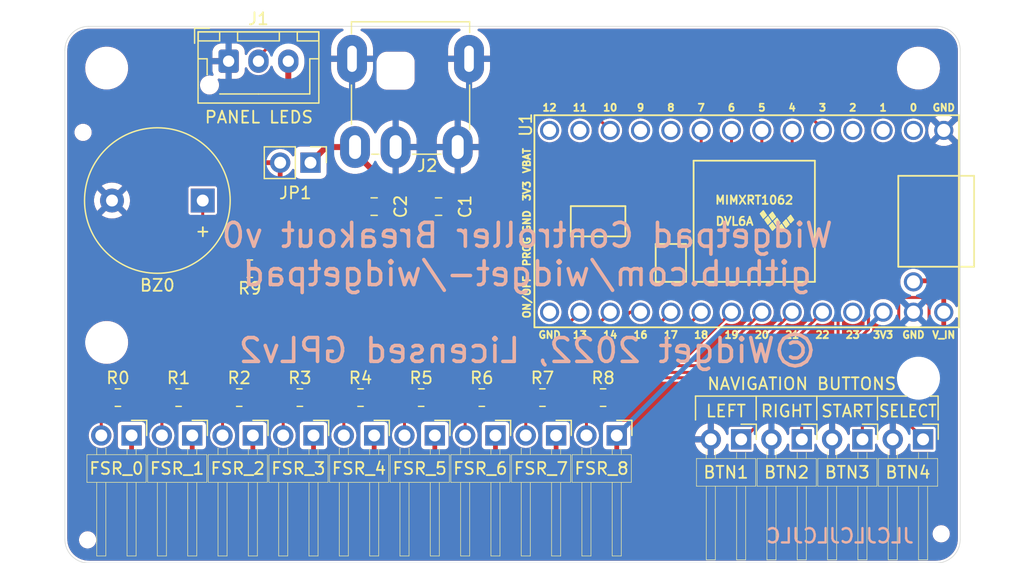
<source format=kicad_pcb>
(kicad_pcb (version 20210424) (generator pcbnew)
  (layers (0 "F.Cu" signal) (31 "B.Cu" signal) (34 "B.Paste" user) (35 "F.Paste" user) (36 "B.SilkS" user "B.Silkscreen") (37 "F.SilkS" user "F.Silkscreen") (38 "B.Mask" user) (39 "F.Mask" user) (44 "Edge.Cuts" user))
  (net 0 "")
  (net 1 "GND")
  (net 2 "/BTN_SELECT")
  (net 3 "/BTN_ARROW_LEFT")
  (net 4 "/BTN_ARROW_RIGHT")
  (net 5 "/BTN_START")
  (net 6 "/SPEAKER")
  (net 7 "+5V")
  (net 8 "VDC")
  (net 9 "/FSR_0")
  (net 10 "/FSR_1")
  (net 11 "/FSR_2")
  (net 12 "/FSR_3")
  (net 13 "/FSR_4")
  (net 14 "/FSR_5")
  (net 15 "/FSR_6")
  (net 16 "/FSR_7")
  (net 17 "/FSR_8")
  (net 18 "Net-(BZ0-Pad1)")
  (net 21 "/LED_OUT")
  (net 22 "+3V3")
  (net 23 "/TEENSY_PIN_14")
  (net 24 "/TEENSY_PIN_13")
  (net 25 "/TEENSY_PIN_11")
  (net 26 "/TEENSY_PIN_10")
  (net 27 "/BTN_CALIBRATE")
  (net 28 "/BTN_BRGHT_DOWN")
  (net 29 "/BTN_BRGHT_UP")
  (footprint "widgetpad-parts:PinHeader_1x02_P2.54mm_Horizontal" (layer "F.Cu") (at 71.887 34.626 -90)
    (fp_text reference "BTN4" (at 2.77 1.27) (layer "F.SilkS"))
    (fp_text value "Ext. Button")
    (pad "1" thru_hole rect locked (at 0 0 270) (size 1.7 1.7) (drill 1) (layers *.Cu *.Mask) (net 2 "/BTN_SELECT"))
    (pad "2" thru_hole oval locked (at 0 2.54 270) (size 1.7 1.7) (drill 1) (layers *.Cu *.Mask) (net 1 "GND"))
  )
  (footprint "widgetpad-parts:PinHeader_1x02_P2.54mm_Horizontal" (layer "F.Cu") (at 56.647 34.626 -90)
    (fp_text reference "BTN1" (at 2.77 1.27) (layer "F.SilkS"))
    (fp_text value "Ext. Button")
    (pad "1" thru_hole rect locked (at 0 0 270) (size 1.7 1.7) (drill 1) (layers *.Cu *.Mask) (net 3 "/BTN_ARROW_LEFT"))
    (pad "2" thru_hole oval locked (at 0 2.54 270) (size 1.7 1.7) (drill 1) (layers *.Cu *.Mask) (net 1 "GND"))
  )
  (footprint "widgetpad-parts:PinHeader_1x02_P2.54mm_Horizontal" (layer "F.Cu") (at 61.727 34.626 -90)
    (fp_text reference "BTN2" (at 2.77 1.27) (layer "F.SilkS"))
    (fp_text value "Ext. Button")
    (pad "1" thru_hole rect locked (at 0 0 270) (size 1.7 1.7) (drill 1) (layers *.Cu *.Mask) (net 4 "/BTN_ARROW_RIGHT"))
    (pad "2" thru_hole oval locked (at 0 2.54 270) (size 1.7 1.7) (drill 1) (layers *.Cu *.Mask) (net 1 "GND"))
  )
  (footprint "widgetpad-parts:PinHeader_1x02_P2.54mm_Horizontal" (layer "F.Cu") (at 66.807 34.626 -90)
    (fp_text reference "BTN3" (at 2.77 1.27) (layer "F.SilkS"))
    (fp_text value "Ext. Button")
    (pad "1" thru_hole rect locked (at 0 0 270) (size 1.7 1.7) (drill 1) (layers *.Cu *.Mask) (net 5 "/BTN_START"))
    (pad "2" thru_hole oval locked (at 0 2.54 270) (size 1.7 1.7) (drill 1) (layers *.Cu *.Mask) (net 1 "GND"))
  )
  (footprint "Buzzer_Beeper:Buzzer_12x9.5RM7.6" (layer "F.Cu") (at 11.547 14.605 180)
    (fp_text reference "BZ0" (at 3.8 -7.112 180) (layer "F.SilkS"))
    (fp_text value "Buzzer")
    (fp_text user "+" (at -0.01 -2.54) (layer "F.SilkS"))
    (pad "1" thru_hole rect locked (at 0 0 180) (size 2 2) (drill 1) (layers *.Cu *.Mask) (net 18 "Net-(BZ0-Pad1)"))
    (pad "2" thru_hole circle locked (at 7.6 0 180) (size 2 2) (drill 1) (layers *.Cu *.Mask) (net 1 "GND"))
  )
  (footprint "Capacitor_SMD:C_0805_2012Metric" (layer "F.Cu") (at 31.303 15.113 180)
    (fp_text reference "C1" (at -2.225 0 90) (layer "F.SilkS"))
    (fp_text value "10uF")
    (pad "1" smd roundrect locked (at -0.95 0 180) (size 1 1.45) (layers "F.Cu" "F.Paste" "F.Mask") (net 7 "+5V"))
    (pad "2" smd roundrect locked (at 0.95 0 180) (size 1 1.45) (layers "F.Cu" "F.Paste" "F.Mask") (net 1 "GND"))
  )
  (footprint "Capacitor_SMD:C_0805_2012Metric" (layer "F.Cu") (at 25.908 15.113 180)
    (fp_text reference "C2" (at -2.22 0 90) (layer "F.SilkS"))
    (fp_text value "10uF")
    (pad "1" smd roundrect locked (at -0.95 0 180) (size 1 1.45) (layers "F.Cu" "F.Paste" "F.Mask") (net 8 "VDC"))
    (pad "2" smd roundrect locked (at 0.95 0 180) (size 1 1.45) (layers "F.Cu" "F.Paste" "F.Mask") (net 1 "GND"))
  )
  (footprint "widgetpad_parts:PinHeader_1x02_P2.54mm_Horizontal" (layer "F.Cu") (at 5.588 34.302 -90)
    (fp_text reference "FSR_0" (at 2.77 1.27) (layer "F.SilkS"))
    (fp_text value "FSR")
    (pad "1" thru_hole rect locked (at 0 0 270) (size 1.7 1.7) (drill 1) (layers *.Cu *.Mask) (net 22 "+3V3"))
    (pad "2" thru_hole oval locked (at 0 2.54 270) (size 1.7 1.7) (drill 1) (layers *.Cu *.Mask) (net 9 "/FSR_0"))
  )
  (footprint "widgetpad_parts:PinHeader_1x02_P2.54mm_Horizontal" (layer "F.Cu") (at 10.668 34.302 -90)
    (fp_text reference "FSR_1" (at 2.77 1.27) (layer "F.SilkS"))
    (fp_text value "FSR")
    (pad "1" thru_hole rect locked (at 0 0 270) (size 1.7 1.7) (drill 1) (layers *.Cu *.Mask) (net 22 "+3V3"))
    (pad "2" thru_hole oval locked (at 0 2.54 270) (size 1.7 1.7) (drill 1) (layers *.Cu *.Mask) (net 10 "/FSR_1"))
  )
  (footprint "widgetpad_parts:PinHeader_1x02_P2.54mm_Horizontal" (layer "F.Cu") (at 15.748 34.302 -90)
    (fp_text reference "FSR_2" (at 2.77 1.27) (layer "F.SilkS"))
    (fp_text value "FSR")
    (pad "1" thru_hole rect locked (at 0 0 270) (size 1.7 1.7) (drill 1) (layers *.Cu *.Mask) (net 22 "+3V3"))
    (pad "2" thru_hole oval locked (at 0 2.54 270) (size 1.7 1.7) (drill 1) (layers *.Cu *.Mask) (net 11 "/FSR_2"))
  )
  (footprint "widgetpad_parts:PinHeader_1x02_P2.54mm_Horizontal" (layer "F.Cu") (at 25.908 34.302 -90)
    (fp_text reference "FSR_4" (at 2.77 1.27) (layer "F.SilkS"))
    (fp_text value "FSR")
    (pad "1" thru_hole rect locked (at 0 0 270) (size 1.7 1.7) (drill 1) (layers *.Cu *.Mask) (net 22 "+3V3"))
    (pad "2" thru_hole oval locked (at 0 2.54 270) (size 1.7 1.7) (drill 1) (layers *.Cu *.Mask) (net 13 "/FSR_4"))
  )
  (footprint "widgetpad_parts:PinHeader_1x02_P2.54mm_Horizontal" (layer "F.Cu") (at 30.988 34.302 -90)
    (fp_text reference "FSR_5" (at 2.77 1.27) (layer "F.SilkS"))
    (fp_text value "FSR")
    (pad "1" thru_hole rect locked (at 0 0 270) (size 1.7 1.7) (drill 1) (layers *.Cu *.Mask) (net 22 "+3V3"))
    (pad "2" thru_hole oval locked (at 0 2.54 270) (size 1.7 1.7) (drill 1) (layers *.Cu *.Mask) (net 14 "/FSR_5"))
  )
  (footprint "widgetpad_parts:PinHeader_1x02_P2.54mm_Horizontal" (layer "F.Cu") (at 36.068 34.302 -90)
    (fp_text reference "FSR_6" (at 2.77 1.27) (layer "F.SilkS"))
    (fp_text value "FSR")
    (pad "1" thru_hole rect locked (at 0 0 270) (size 1.7 1.7) (drill 1) (layers *.Cu *.Mask) (net 22 "+3V3"))
    (pad "2" thru_hole oval locked (at 0 2.54 270) (size 1.7 1.7) (drill 1) (layers *.Cu *.Mask) (net 15 "/FSR_6"))
  )
  (footprint "widgetpad_parts:PinHeader_1x02_P2.54mm_Horizontal" (layer "F.Cu") (at 41.148 34.302 -90)
    (fp_text reference "FSR_7" (at 2.77 1.27) (layer "F.SilkS"))
    (fp_text value "FSR")
    (pad "1" thru_hole rect locked (at 0 0 270) (size 1.7 1.7) (drill 1) (layers *.Cu *.Mask) (net 22 "+3V3"))
    (pad "2" thru_hole oval locked (at 0 2.54 270) (size 1.7 1.7) (drill 1) (layers *.Cu *.Mask) (net 16 "/FSR_7"))
  )
  (footprint "widgetpad_parts:PinHeader_1x02_P2.54mm_Horizontal" (layer "F.Cu") (at 46.228 34.302 -90)
    (fp_text reference "FSR_8" (at 2.77 1.27) (layer "F.SilkS"))
    (fp_text value "FSR")
    (pad "1" thru_hole rect locked (at 0 0 270) (size 1.7 1.7) (drill 1) (layers *.Cu *.Mask) (net 22 "+3V3"))
    (pad "2" thru_hole oval locked (at 0 2.54 270) (size 1.7 1.7) (drill 1) (layers *.Cu *.Mask) (net 17 "/FSR_8"))
  )
  (footprint "Connector_JST:JST_XH_B3B-XH-AM_1x03_P2.50mm_Vertical" (layer "F.Cu") (at 13.716 2.921)
    (fp_text reference "J1" (at 2.5 -3.55) (layer "F.SilkS"))
    (fp_text value "JST-HX_01x03")
    (pad "" np_thru_hole circle locked (at -1.6 2) (size 1.2 1.2) (drill 1.2) (layers *.Cu *.Mask))
    (pad "1" thru_hole roundrect locked (at 0 0) (size 1.7 1.95) (drill 0.95) (layers *.Cu *.Mask) (roundrect_rratio 0.1470588235) (net 1 "GND"))
    (pad "2" thru_hole oval locked (at 2.5 0) (size 1.7 1.95) (drill 0.95) (layers *.Cu *.Mask) (net 21 "/LED_OUT"))
    (pad "3" thru_hole oval locked (at 5 0) (size 1.7 1.95) (drill 0.95) (layers *.Cu *.Mask) (net 8 "VDC"))
  )
  (footprint "widgetpad_parts:XKB_Connectivity_DC-044A-2.5A" (layer "F.Cu") (at 27.706 3.72)
    (fp_text reference "J2" (at 2.647 7.964) (layer "F.SilkS"))
    (fp_text value "Barrel_Jack")
    (pad "" np_thru_hole oval locked (at 0.7 0) (size 1.4 2.8) (drill oval 1.4 2.8) (layers *.Cu *.Mask))
    (pad "" np_thru_hole oval locked (at 0 -0.7 90) (size 1.4 2.8) (drill oval 1.4 2.8) (layers *.Cu *.Mask))
    (pad "" np_thru_hole oval locked (at 0 0.7 90) (size 1.4 2.8) (drill oval 1.4 2.8) (layers *.Cu *.Mask))
    (pad "" np_thru_hole oval locked (at -0.7 0) (size 1.4 2.8) (drill oval 1.4 2.8) (layers *.Cu *.Mask))
    (pad "1" thru_hole oval locked (at -3.4 6.4) (size 2.5 3.5) (drill oval 1 2) (layers *.Cu *.Mask) (net 8 "VDC"))
    (pad "2" thru_hole oval locked (at -3.65 -1) (size 2.5 4) (drill oval 0.8 2.2) (layers *.Cu *.Mask) (net 1 "GND"))
    (pad "2" thru_hole oval locked (at 5.2 6.4) (size 2.5 3.5) (drill oval 1 2) (layers *.Cu *.Mask) (net 1 "GND"))
    (pad "2" thru_hole oval locked (at 6.15 -1) (size 2.5 4) (drill oval 0.8 2.2) (layers *.Cu *.Mask) (net 1 "GND"))
    (pad "3" thru_hole oval locked (at 0 6.4) (size 2.5 3.5) (drill oval 1 2) (layers *.Cu *.Mask) (net 1 "GND"))
  )
  (footprint "Connector_PinHeader_2.54mm:PinHeader_1x02_P2.54mm_Vertical" (layer "F.Cu") (at 20.574 11.43 -90)
    (fp_text reference "JP1" (at 2.54 1.27 180) (layer "F.SilkS"))
    (fp_text value "Jumper")
    (pad "1" thru_hole rect locked (at 0 0 270) (size 1.7 1.7) (drill 1) (layers *.Cu *.Mask) (net 8 "VDC"))
    (pad "2" thru_hole oval locked (at 0 2.54 270) (size 1.7 1.7) (drill 1) (layers *.Cu *.Mask) (net 7 "+5V"))
  )
  (footprint "Resistor_SMD:R_0805_2012Metric_Pad1.20x1.40mm_HandSolder" (layer "F.Cu") (at 4.445 31.127)
    (fp_text reference "R0" (at 0 -1.65) (layer "F.SilkS"))
    (fp_text value "1k")
    (pad "1" smd roundrect locked (at -1 0) (size 1.2 1.4) (layers "F.Cu" "F.Paste" "F.Mask") (roundrect_rratio 0.2083325) (net 1 "GND"))
    (pad "2" smd roundrect locked (at 1 0) (size 1.2 1.4) (layers "F.Cu" "F.Paste" "F.Mask") (roundrect_rratio 0.2083325) (net 9 "/FSR_0"))
  )
  (footprint "Resistor_SMD:R_0805_2012Metric_Pad1.20x1.40mm_HandSolder" (layer "F.Cu") (at 9.525 31.127)
    (fp_text reference "R1" (at 0 -1.65) (layer "F.SilkS"))
    (fp_text value "1k")
    (pad "1" smd roundrect locked (at -1 0) (size 1.2 1.4) (layers "F.Cu" "F.Paste" "F.Mask") (roundrect_rratio 0.2083325) (net 1 "GND"))
    (pad "2" smd roundrect locked (at 1 0) (size 1.2 1.4) (layers "F.Cu" "F.Paste" "F.Mask") (roundrect_rratio 0.2083325) (net 10 "/FSR_1"))
  )
  (footprint "Resistor_SMD:R_0805_2012Metric_Pad1.20x1.40mm_HandSolder" (layer "F.Cu") (at 14.605 31.127)
    (fp_text reference "R2" (at 0 -1.65) (layer "F.SilkS"))
    (fp_text value "1k")
    (pad "1" smd roundrect locked (at -1 0) (size 1.2 1.4) (layers "F.Cu" "F.Paste" "F.Mask") (roundrect_rratio 0.2083325) (net 1 "GND"))
    (pad "2" smd roundrect locked (at 1 0) (size 1.2 1.4) (layers "F.Cu" "F.Paste" "F.Mask") (roundrect_rratio 0.2083325) (net 11 "/FSR_2"))
  )
  (footprint "Resistor_SMD:R_0805_2012Metric_Pad1.20x1.40mm_HandSolder" (layer "F.Cu") (at 19.685 31.127)
    (fp_text reference "R3" (at 0 -1.65) (layer "F.SilkS"))
    (fp_text value "1k")
    (pad "1" smd roundrect locked (at -1 0) (size 1.2 1.4) (layers "F.Cu" "F.Paste" "F.Mask") (roundrect_rratio 0.2083325) (net 1 "GND"))
    (pad "2" smd roundrect locked (at 1 0) (size 1.2 1.4) (layers "F.Cu" "F.Paste" "F.Mask") (roundrect_rratio 0.2083325) (net 12 "/FSR_3"))
  )
  (footprint "Resistor_SMD:R_0805_2012Metric_Pad1.20x1.40mm_HandSolder" (layer "F.Cu") (at 24.765 31.127)
    (fp_text reference "R4" (at 0 -1.65) (layer "F.SilkS"))
    (fp_text value "1k")
    (pad "1" smd roundrect locked (at -1 0) (size 1.2 1.4) (layers "F.Cu" "F.Paste" "F.Mask") (roundrect_rratio 0.2083325) (net 1 "GND"))
    (pad "2" smd roundrect locked (at 1 0) (size 1.2 1.4) (layers "F.Cu" "F.Paste" "F.Mask") (roundrect_rratio 0.2083325) (net 13 "/FSR_4"))
  )
  (footprint "Resistor_SMD:R_0805_2012Metric_Pad1.20x1.40mm_HandSolder" (layer "F.Cu") (at 29.845 31.127)
    (fp_text reference "R5" (at 0 -1.65) (layer "F.SilkS"))
    (fp_text value "1k")
    (pad "1" smd roundrect locked (at -1 0) (size 1.2 1.4) (layers "F.Cu" "F.Paste" "F.Mask") (roundrect_rratio 0.2083325) (net 1 "GND"))
    (pad "2" smd roundrect locked (at 1 0) (size 1.2 1.4) (layers "F.Cu" "F.Paste" "F.Mask") (roundrect_rratio 0.2083325) (net 14 "/FSR_5"))
  )
  (footprint "Resistor_SMD:R_0805_2012Metric_Pad1.20x1.40mm_HandSolder" (layer "F.Cu") (at 34.925 31.127)
    (fp_text reference "R6" (at 0 -1.65) (layer "F.SilkS"))
    (fp_text value "1k")
    (pad "1" smd roundrect locked (at -1 0) (size 1.2 1.4) (layers "F.Cu" "F.Paste" "F.Mask") (roundrect_rratio 0.2083325) (net 1 "GND"))
    (pad "2" smd roundrect locked (at 1 0) (size 1.2 1.4) (layers "F.Cu" "F.Paste" "F.Mask") (roundrect_rratio 0.2083325) (net 15 "/FSR_6"))
  )
  (footprint "Resistor_SMD:R_0805_2012Metric_Pad1.20x1.40mm_HandSolder" (layer "F.Cu") (at 40.005 31.127)
    (fp_text reference "R7" (at 0 -1.65) (layer "F.SilkS"))
    (fp_text value "1k")
    (pad "1" smd roundrect locked (at -1 0) (size 1.2 1.4) (layers "F.Cu" "F.Paste" "F.Mask") (roundrect_rratio 0.2083325) (net 1 "GND"))
    (pad "2" smd roundrect locked (at 1 0) (size 1.2 1.4) (layers "F.Cu" "F.Paste" "F.Mask") (roundrect_rratio 0.2083325) (net 16 "/FSR_7"))
  )
  (footprint "Resistor_SMD:R_0805_2012Metric_Pad1.20x1.40mm_HandSolder" (layer "F.Cu") (at 45.085 31.127)
    (fp_text reference "R8" (at 0 -1.65) (layer "F.SilkS"))
    (fp_text value "1k")
    (pad "1" smd roundrect locked (at -1 0) (size 1.2 1.4) (layers "F.Cu" "F.Paste" "F.Mask") (roundrect_rratio 0.2083325) (net 1 "GND"))
    (pad "2" smd roundrect locked (at 1 0) (size 1.2 1.4) (layers "F.Cu" "F.Paste" "F.Mask") (roundrect_rratio 0.2083325) (net 17 "/FSR_8"))
  )
  (footprint "widgetpad_parts:PinHeader_1x02_P2.54mm_Horizontal" (layer "F.Cu") (at 20.828 34.302 -90)
    (fp_text reference "FSR_3" (at 2.77 1.27) (layer "F.SilkS"))
    (fp_text value "FSR")
    (pad "1" thru_hole rect locked (at 0 0 270) (size 1.7 1.7) (drill 1) (layers *.Cu *.Mask) (net 22 "+3V3"))
    (pad "2" thru_hole oval locked (at 0 2.54 270) (size 1.7 1.7) (drill 1) (layers *.Cu *.Mask) (net 12 "/FSR_3"))
  )
  (footprint "MountingHole:MountingHole_3.2mm_M3" (layer "F.Cu") (at 3.5 3.5 -90)
    (fp_text reference "H0" hide)
    (fp_text value "MountingHole")
    (pad "1" np_thru_hole circle locked (at 0 0 270) (size 3.2 3.2) (drill 3.2) (layers *.Cu *.Mask))
  )
  (footprint "MountingHole:MountingHole_3.2mm_M3" (layer "F.Cu") (at 71.5 29.5)
    (fp_text reference "H4" hide)
    (fp_text value "MountingHole")
    (pad "1" np_thru_hole circle locked (at 0 0) (size 3.2 3.2) (drill 3.2) (layers *.Cu *.Mask))
  )
  (footprint "MountingHole:MountingHole_3.2mm_M3" (layer "F.Cu") (at 3.5 26.5)
    (fp_text reference "H5" hide)
    (fp_text value "MountingHole")
    (pad "1" np_thru_hole circle locked (at 0 0) (size 3.2 3.2) (drill 3.2) (layers *.Cu *.Mask))
  )
  (footprint "MountingHole:MountingHole_3.2mm_M3" (layer "F.Cu") (at 71.5 3.5)
    (fp_text reference "H1" hide)
    (fp_text value "MountingHole")
    (pad "1" np_thru_hole circle locked (at 0 0) (size 3.2 3.2) (drill 3.2) (layers *.Cu *.Mask))
  )
  (footprint "widgetpad_parts:JCLPCB_Assembly_Hole" (layer "F.Cu") (at 1.524 8.89)
    (fp_text reference "H2" hide)
    (fp_text value "JCLPCB_Assy_Hole")
    (pad "" np_thru_hole circle locked (at 0 0) (size 1.152 1.152) (drill 1.152) (layers *.Cu *.Mask) (clearance 0.148))
  )
  (footprint "widgetpad_parts:JCLPCB_Assembly_Hole" (layer "F.Cu") (at 1.905 43.053)
    (fp_text reference "H6" hide)
    (fp_text value "JCLPCB_Assy_Hole")
    (pad "" np_thru_hole circle locked (at 0 0) (size 1.152 1.152) (drill 1.152) (layers *.Cu *.Mask) (clearance 0.148))
  )
  (footprint "widgetpad_parts:JCLPCB_Assembly_Hole" (layer "F.Cu") (at 73.406 42.545)
    (fp_text reference "H3" hide)
    (fp_text value "JCLPCB_Assy_Hole")
    (pad "" np_thru_hole circle locked (at 0 0) (size 1.152 1.152) (drill 1.152) (layers *.Cu *.Mask) (clearance 0.148))
  )
  (footprint "Resistor_SMD:R_0805_2012Metric_Pad1.20x1.40mm_HandSolder" (layer "F.Cu") (at 15.494 20.32 180)
    (fp_text reference "R9" (at 0 -1.65) (layer "F.SilkS"))
    (fp_text value "220")
    (pad "1" smd roundrect locked (at -1 0 180) (size 1.2 1.4) (layers "F.Cu" "F.Paste" "F.Mask") (roundrect_rratio 0.208333) (net 6 "/SPEAKER"))
    (pad "2" smd roundrect locked (at 1 0 180) (size 1.2 1.4) (layers "F.Cu" "F.Paste" "F.Mask") (roundrect_rratio 0.208333) (net 18 "Net-(BZ0-Pad1)"))
  )
  (footprint "widgetpad_parts:teensy40" (layer "F.Cu") (at 39.3305 7.4535 180)
    (fp_text reference "U1" (at 0.7225 -0.8015 90 unlocked) (layer "F.SilkS"))
    (fp_text value "Teensy4.0")
    (fp_text user "13" (at -3.81 -18.415) (layer "F.SilkS") (effects (font (size 0.6 0.6))))
    (fp_text user "GND" (at -1.27 -18.415) (layer "F.SilkS") (effects (font (size 0.6 0.6))))
    (fp_text user "9" (at -8.89 0.635) (layer "F.SilkS") (effects (font (size 0.6 0.6))))
    (fp_text user "0" (at -31.75 0.635) (layer "F.SilkS") (effects (font (size 0.6 0.6))))
    (fp_text user "3V3" (at 0.635 -6.35 270) (layer "F.SilkS") (effects (font (size 0.6 0.6))))
    (fp_text user "6" (at -16.51 0.635) (layer "F.SilkS") (effects (font (size 0.6 0.6))))
    (fp_text user "18" (at -13.97 -18.415) (layer "F.SilkS") (effects (font (size 0.6 0.6))))
    (fp_text user "12" (at -1.27 0.635) (layer "F.SilkS") (effects (font (size 0.6 0.6))))
    (fp_text user "14" (at -6.35 -18.415) (layer "F.SilkS") (effects (font (size 0.6 0.6))))
    (fp_text user "19" (at -16.51 -18.415) (layer "F.SilkS") (effects (font (size 0.6 0.6))))
    (fp_text user "GND" (at 0.635 -8.89 270) (layer "F.SilkS") (effects (font (size 0.6 0.6))))
    (fp_text user "17" (at -11.43 -18.415) (layer "F.SilkS") (effects (font (size 0.6 0.6))))
    (fp_text user "4" (at -21.59 0.635) (layer "F.SilkS") (effects (font (size 0.6 0.6))))
    (fp_text user "16" (at -8.89 -18.415) (layer "F.SilkS") (effects (font (size 0.6 0.6))))
    (fp_text user "8" (at -11.43 0.635) (layer "F.SilkS") (effects (font (size 0.6 0.6))))
    (fp_text user "1" (at -29.21 0.635) (layer "F.SilkS") (effects (font (size 0.6 0.6))))
    (fp_text user "GND" (at -34.29 0.635) (layer "F.SilkS") (effects (font (size 0.6 0.6))))
    (fp_text user "3V3" (at -29.21 -18.415) (layer "F.SilkS") (effects (font (size 0.6 0.6))))
    (fp_text user "22" (at -24.13 -18.415) (layer "F.SilkS") (effects (font (size 0.6 0.6))))
    (fp_text user "GND" (at -31.75 -18.415) (layer "F.SilkS") (effects (font (size 0.6 0.6))))
    (fp_text user "2" (at -26.67 0.635) (layer "F.SilkS") (effects (font (size 0.6 0.6))))
    (fp_text user "3" (at -24.13 0.635) (layer "F.SilkS") (effects (font (size 0.6 0.6))))
    (fp_text user "7" (at -13.97 0.635) (layer "F.SilkS") (effects (font (size 0.6 0.6))))
    (fp_text user "V_IN" (at -34.29 -18.415) (layer "F.SilkS") (effects (font (size 0.6 0.6))))
    (fp_text user "VBAT" (at 0.635 -3.81 270) (layer "F.SilkS") (effects (font (size 0.6 0.6))))
    (fp_text user "PROG" (at 0.635 -11.43 270) (layer "F.SilkS") (effects (font (size 0.6 0.6))))
    (fp_text user "23" (at -26.67 -18.415) (layer "F.SilkS") (effects (font (size 0.6 0.6))))
    (fp_text user "DVL6A" (at -16.764 -8.89 180) (layer "F.SilkS") (effects (font (size 0.7 0.7))))
    (fp_text user "20" (at -19.05 -18.415) (layer "F.SilkS") (effects (font (size 0.6 0.6))))
    (fp_text user "MIMXRT1062" (at -18.415 -7.112 180) (layer "F.SilkS") (effects (font (size 0.7 0.7))))
    (fp_text user "ON/OFF" (at 0.635 -15.24 270) (layer "F.SilkS") (effects (font (size 0.6 0.6))))
    (fp_text user "21" (at -21.59 -18.415) (layer "F.SilkS") (effects (font (size 0.6 0.6))))
    (fp_text user "10" (at -6.35 0.635) (layer "F.SilkS") (effects (font (size 0.6 0.6))))
    (fp_text user "11" (at -3.81 0.635) (layer "F.SilkS") (effects (font (size 0.6 0.6))))
    (fp_text user "5" (at -19.05 0.635) (layer "F.SilkS") (effects (font (size 0.6 0.6))))
    (pad "1" thru_hole circle locked (at -34.29 -1.27 180) (size 1.6 1.6) (drill 1.1) (layers *.Cu *.Mask) (net 1 "GND"))
    (pad "2" thru_hole circle locked (at -31.75 -1.27 180) (size 1.6 1.6) (drill 1.1) (layers *.Cu *.Mask) (net 29 "/BTN_BRGHT_UP"))
    (pad "3" thru_hole circle locked (at -29.21 -1.27 180) (size 1.6 1.6) (drill 1.1) (layers *.Cu *.Mask) (net 28 "/BTN_BRGHT_DOWN"))
    (pad "4" thru_hole circle locked (at -26.67 -1.27 180) (size 1.6 1.6) (drill 1.1) (layers *.Cu *.Mask) (net 27 "/BTN_CALIBRATE"))
    (pad "5" thru_hole circle locked (at -24.13 -1.27 180) (size 1.6 1.6) (drill 1.1) (layers *.Cu *.Mask) (net 6 "/SPEAKER"))
    (pad "6" thru_hole circle locked (at -21.59 -1.27 180) (size 1.6 1.6) (drill 1.1) (layers *.Cu *.Mask) (net 2 "/BTN_SELECT"))
    (pad "7" thru_hole circle locked (at -19.05 -1.27 180) (size 1.6 1.6) (drill 1.1) (layers *.Cu *.Mask) (net 5 "/BTN_START"))
    (pad "8" thru_hole circle locked (at -16.51 -1.27 180) (size 1.6 1.6) (drill 1.1) (layers *.Cu *.Mask) (net 4 "/BTN_ARROW_RIGHT"))
    (pad "9" thru_hole circle locked (at -13.97 -1.27 180) (size 1.6 1.6) (drill 1.1) (layers *.Cu *.Mask) (net 3 "/BTN_ARROW_LEFT"))
    (pad "10" thru_hole circle locked (at -11.43 -1.27 180) (size 1.6 1.6) (drill 1.1) (layers *.Cu *.Mask) (net 26 "/TEENSY_PIN_10"))
    (pad "11" thru_hole circle locked (at -8.89 -1.27 180) (size 1.6 1.6) (drill 1.1) (layers *.Cu *.Mask) (net 25 "/TEENSY_PIN_11"))
    (pad "12" thru_hole circle locked (at -6.35 -1.27 180) (size 1.6 1.6) (drill 1.1) (layers *.Cu *.Mask) (net 21 "/LED_OUT"))
    (pad "13" thru_hole circle locked (at -3.81 -1.27 180) (size 1.6 1.6) (drill 1.1) (layers *.Cu *.Mask) (net 24 "/TEENSY_PIN_13"))
    (pad "14" thru_hole circle locked (at -1.27 -1.27 180) (size 1.6 1.6) (drill 1.1) (layers *.Cu *.Mask) (net 23 "/TEENSY_PIN_14"))
    (pad "20" thru_hole circle locked (at -1.27 -16.51 180) (size 1.6 1.6) (drill 1.1) (layers *.Cu *.Mask))
    (pad "21" thru_hole circle locked (at -3.81 -16.51 180) (size 1.6 1.6) (drill 1.1) (layers *.Cu *.Mask) (net 9 "/FSR_0"))
    (pad "22" thru_hole circle locked (at -6.35 -16.51 180) (size 1.6 1.6) (drill 1.1) (layers *.Cu *.Mask) (net 10 "/FSR_1"))
    (pad "23" thru_hole circle locked (at -8.89 -16.51 180) (size 1.6 1.6) (drill 1.1) (layers *.Cu *.Mask) (net 11 "/FSR_2"))
    (pad "24" thru_hole circle locked (at -11.43 -16.51 180) (size 1.6 1.6) (drill 1.1) (layers *.Cu *.Mask) (net 12 "/FSR_3"))
    (pad "25" thru_hole circle locked (at -13.97 -16.51 180) (size 1.6 1.6) (drill 1.1) (layers *.Cu *.Mask) (net 13 "/FSR_4"))
    (pad "26" thru_hole circle locked (at -16.51 -16.51 180) (size 1.6 1.6) (drill 1.1) (layers *.Cu *.Mask) (net 14 "/FSR_5"))
    (pad "27" thru_hole circle locked (at -19.05 -16.51 180) (size 1.6 1.6) (drill 1.1) (layers *.Cu *.Mask) (net 15 "/FSR_6"))
    (pad "28" thru_hole circle locked (at -21.59 -16.51 180) (size 1.6 1.6) (drill 1.1) (layers *.Cu *.Mask) (net 16 "/FSR_7"))
    (pad "29" thru_hole circle locked (at -24.13 -16.51 180) (size 1.6 1.6) (drill 1.1) (layers *.Cu *.Mask) (net 17 "/FSR_8"))
    (pad "30" thru_hole circle locked (at -26.67 -16.51 180) (size 1.6 1.6) (drill 1.1) (layers *.Cu *.Mask))
    (pad "31" thru_hole circle locked (at -29.21 -16.51 180) (size 1.6 1.6) (drill 1.1) (layers *.Cu *.Mask) (net 22 "+3V3"))
    (pad "32" thru_hole circle locked (at -31.75 -16.51 180) (size 1.6 1.6) (drill 1.1) (layers *.Cu *.Mask) (net 1 "GND"))
    (pad "33" thru_hole circle locked (at -34.29 -16.51 180) (size 1.6 1.6) (drill 1.1) (layers *.Cu *.Mask) (net 7 "+5V"))
    (pad "34" thru_hole circle locked (at -31.75 -13.97 180) (size 1.6 1.6) (drill 1.1) (layers *.Cu *.Mask) (net 7 "+5V"))
  )
  (gr_line (start 52.827 31) (end 52.827 33) (layer "F.SilkS") (width 0.12))
  (gr_line (start 68.067 31) (end 68.067 33) (layer "F.SilkS") (width 0.12))
  (gr_line (start 70.5 31) (end 52.827 31) (layer "F.SilkS") (width 0.12))
  (gr_line (start 62.987 31) (end 62.987 33) (layer "F.SilkS") (width 0.12))
  (gr_line (start 73.147 31) (end 72.5 31) (layer "F.SilkS") (width 0.12))
  (gr_line (start 57.907 31) (end 57.907 33) (layer "F.SilkS") (width 0.12))
  (gr_line (start 73.147 31) (end 73.147 33) (layer "F.SilkS") (width 0.12))
  (gr_line (start 2 45) (end 73 45) (layer "Edge.Cuts") (width 0.05))
  (gr_arc (start 73 1.999999) (end 75 2) (angle -90) (layer "Edge.Cuts") (width 0.05))
  (gr_line (start 75 43) (end 75 2) (layer "Edge.Cuts") (width 0.05))
  (gr_arc (start 1.999999 2) (end 2 0) (angle -90) (layer "Edge.Cuts") (width 0.05))
  (gr_line (start 73 0) (end 2 0) (layer "Edge.Cuts") (width 0.05))
  (gr_line (start 0 2) (end 0 43) (layer "Edge.Cuts") (width 0.05))
  (gr_arc (start 2 43.000001) (end 0 43) (angle -90) (layer "Edge.Cuts") (width 0.05))
  (gr_arc (start 73.000001 43) (end 73 45) (angle -90) (layer "Edge.Cuts") (width 0.05))
  (gr_text "Widgetpad Controller Breakout v0\ngithub.com/widget-/widgetpad\n\n©Widget 2022, Licensed GPLv2" (at 38.735 22.352) (layer "B.SilkS") (effects (font (size 2 2) (thickness 0.3)) (justify mirror)))
  (gr_text "JLCJLCJLCJLC" (at 64.9224 42.7228) (layer "B.SilkS") (effects (font (size 1.2 1.2) (thickness 0.2)) (justify mirror)))
  (gr_text "NAVIGATION BUTTONS" (at 61.722 29.972) (layer "F.SilkS") (effects (font (size 1 1))))
  (gr_text "RIGHT" (at 60.452 32.258) (layer "F.SilkS") (effects (font (size 1 1))))
  (gr_text "LEFT" (at 55.372 32.258) (layer "F.SilkS") (effects (font (size 1 1))))
  (gr_text "PANEL LEDS" (at 16.256 7.62) (layer "F.SilkS") (effects (font (size 1 1))))
  (gr_text "START" (at 65.532 32.258) (layer "F.SilkS") (effects (font (size 1 1))))
  (gr_text "SELECT" (at 70.612 32.258) (layer "F.SilkS") (effects (font (size 1 0.9))))
  (segment (start 60.9205 8.7235) (end 60.9205 13.294782) (width 0.25) (layer "F.Cu") (net 2))
  (segment (start 72.39 23.368) (end 72.39 24.638) (width 0.25) (layer "F.Cu") (net 2))
  (segment (start 70.358718 22.733) (end 71.755 22.733) (width 0.25) (layer "F.Cu") (net 2))
  (segment (start 71.755 22.733) (end 72.39 23.368) (width 0.25) (layer "F.Cu") (net 2))
  (segment (start 60.9205 13.294782) (end 70.358718 22.733) (width 0.25) (layer "F.Cu") (net 2))
  (segment (start 68.707 31.369) (end 71.882 34.544) (width 0.25) (layer "F.Cu") (net 2))
  (segment (start 68.707 28.321) (end 68.707 31.369) (width 0.25) (layer "F.Cu") (net 2))
  (segment (start 72.39 24.638) (end 68.707 28.321) (width 0.25) (layer "F.Cu") (net 2))
  (segment (start 53.3005 11.5175) (end 64.77 22.987) (width 0.25) (layer "F.Cu") (net 3))
  (segment (start 53.3005 8.7235) (end 53.3005 11.5175) (width 0.25) (layer "F.Cu") (net 3))
  (segment (start 64.77 22.987) (end 64.77 26.67) (width 0.25) (layer "F.Cu") (net 3))
  (segment (start 64.77 26.67) (end 56.896 34.544) (width 0.25) (layer "F.Cu") (net 3))
  (segment (start 67.31 25.4) (end 61.722 30.988) (width 0.25) (layer "F.Cu") (net 4))
  (segment (start 67.31 22.86) (end 67.31 25.4) (width 0.25) (layer "F.Cu") (net 4))
  (segment (start 61.722 30.988) (end 61.722 34.671) (width 0.25) (layer "F.Cu") (net 4))
  (segment (start 55.8405 11.3905) (end 67.31 22.86) (width 0.25) (layer "F.Cu") (net 4))
  (segment (start 55.8405 8.7235) (end 55.8405 11.3905) (width 0.25) (layer "F.Cu") (net 4))
  (segment (start 66.802 28.448) (end 66.802 34.544) (width 0.25) (layer "F.Cu") (net 5))
  (segment (start 58.3805 11.3905) (end 69.85 22.86) (width 0.25) (layer "F.Cu") (net 5))
  (segment (start 69.85 22.86) (end 69.85 25.4) (width 0.25) (layer "F.Cu") (net 5))
  (segment (start 69.85 25.4) (end 66.802 28.448) (width 0.25) (layer "F.Cu") (net 5))
  (segment (start 58.3805 8.7235) (end 58.3805 11.3905) (width 0.25) (layer "F.Cu") (net 5))
  (segment (start 61.849 6.985) (end 63.627 8.763) (width 0.25) (layer "F.Cu") (net 6))
  (segment (start 16.494 20.32) (end 30.607 20.32) (width 0.25) (layer "F.Cu") (net 6))
  (segment (start 48.768 10.287) (end 49.53 9.525) (width 0.25) (layer "F.Cu") (net 6))
  (segment (start 49.53 9.525) (end 49.53 7.747) (width 0.25) (layer "F.Cu") (net 6))
  (segment (start 50.292 6.985) (end 61.849 6.985) (width 0.25) (layer "F.Cu") (net 6))
  (segment (start 49.53 7.747) (end 50.292 6.985) (width 0.25) (layer "F.Cu") (net 6))
  (segment (start 40.64 10.287) (end 48.768 10.287) (width 0.25) (layer "F.Cu") (net 6))
  (segment (start 30.607 20.32) (end 40.64 10.287) (width 0.25) (layer "F.Cu") (net 6))
  (segment (start 30.734 18.415) (end 32.385 16.764) (width 0.4) (layer "F.Cu") (net 7))
  (segment (start 73.6205 23.9635) (end 73.6205 22.5665) (width 0.4) (layer "F.Cu") (net 7))
  (segment (start 2.413 11.43) (end 18.034 11.43) (width 0.4) (layer "F.Cu") (net 7))
  (segment (start 32.385 16.764) (end 32.385 15.113) (width 0.4) (layer "F.Cu") (net 7))
  (segment (start 3.429 38.608) (end 1.016 36.195) (width 0.4) (layer "F.Cu") (net 7))
  (segment (start 18.034 11.43) (end 18.034 13.843) (width 0.4) (layer "F.Cu") (net 7))
  (segment (start 1.016 36.195) (end 1.016 12.827) (width 0.4) (layer "F.Cu") (net 7))
  (segment (start 73.6205 35.49162) (end 70.50412 38.608) (width 0.4) (layer "F.Cu") (net 7))
  (segment (start 18.034 13.843) (end 22.606 18.415) (width 0.4) (layer "F.Cu") (net 7))
  (segment (start 1.016 12.827) (end 2.413 11.43) (width 0.4) (layer "F.Cu") (net 7))
  (segment (start 72.39 21.336) (end 71.12 21.336) (width 0.4) (layer "F.Cu") (net 7))
  (segment (start 73.6205 23.9635) (end 73.6205 35.49162) (width 0.4) (layer "F.Cu") (net 7))
  (segment (start 70.50412 38.608) (end 3.429 38.608) (width 0.4) (layer "F.Cu") (net 7))
  (segment (start 22.606 18.415) (end 30.734 18.415) (width 0.4) (layer "F.Cu") (net 7))
  (segment (start 73.6205 22.5665) (end 72.39 21.336) (width 0.4) (layer "F.Cu") (net 7))
  (segment (start 21.884 10.12) (end 20.574 11.43) (width 0.5) (layer "F.Cu") (net 8))
  (segment (start 26.858 15.113) (end 26.858 13.142) (width 0.5) (layer "F.Cu") (net 8))
  (segment (start 20.574 11.43) (end 20.574 11.574) (width 0.25) (layer "F.Cu") (net 8))
  (segment (start 18.716 6.952) (end 21.884 10.12) (width 0.5) (layer "F.Cu") (net 8))
  (segment (start 24.306 10.12) (end 21.884 10.12) (width 0.5) (layer "F.Cu") (net 8))
  (segment (start 26.858 13.142) (end 24.384 10.668) (width 0.5) (layer "F.Cu") (net 8))
  (segment (start 18.716 2.921) (end 18.716 6.952) (width 0.5) (layer "F.Cu") (net 8))
  (segment (start 43.1405 23.9635) (end 41.704 25.4) (width 0.25) (layer "F.Cu") (net 9))
  (segment (start 3.81 32.258) (end 5.08 32.258) (width 0.25) (layer "F.Cu") (net 9))
  (segment (start 5.08 32.258) (end 5.461 31.877) (width 0.25) (layer "F.Cu") (net 9))
  (segment (start 41.704 25.4) (end 11.176 25.4) (width 0.25) (layer "F.Cu") (net 9))
  (segment (start 3.048 34.302) (end 3.048 33.02) (width 0.25) (layer "F.Cu") (net 9))
  (segment (start 3.048 33.02) (end 3.81 32.258) (width 0.25) (layer "F.Cu") (net 9))
  (segment (start 11.176 25.4) (end 5.461 31.115) (width 0.25) (layer "F.Cu") (net 9))
  (segment (start 5.461 31.877) (end 5.461 31.242) (width 0.25) (layer "F.Cu") (net 9))
  (segment (start 15.748 25.908) (end 10.922 30.734) (width 0.25) (layer "F.Cu") (net 10))
  (segment (start 10.16 32.258) (end 10.541 31.877) (width 0.25) (layer "F.Cu") (net 10))
  (segment (start 8.89 32.258) (end 10.16 32.258) (width 0.25) (layer "F.Cu") (net 10))
  (segment (start 8.128 34.302) (end 8.128 33.02) (width 0.25) (layer "F.Cu") (net 10))
  (segment (start 45.6805 23.9635) (end 43.736 25.908) (width 0.25) (layer "F.Cu") (net 10))
  (segment (start 10.922 30.734) (end 10.922 31.115) (width 0.25) (layer "F.Cu") (net 10))
  (segment (start 43.736 25.908) (end 15.748 25.908) (width 0.25) (layer "F.Cu") (net 10))
  (segment (start 10.541 31.877) (end 10.541 31.242) (width 0.25) (layer "F.Cu") (net 10))
  (segment (start 8.128 33.02) (end 8.89 32.258) (width 0.25) (layer "F.Cu") (net 10))
  (segment (start 15.621 31.877) (end 15.621 31.242) (width 0.25) (layer "F.Cu") (net 11))
  (segment (start 13.208 33.02) (end 13.97 32.258) (width 0.25) (layer "F.Cu") (net 11))
  (segment (start 15.24 32.258) (end 15.621 31.877) (width 0.25) (layer "F.Cu") (net 11))
  (segment (start 13.208 34.302) (end 13.208 33.02) (width 0.25) (layer "F.Cu") (net 11))
  (segment (start 48.2205 23.9635) (end 47.344777 23.9635) (width 0.25) (layer "F.Cu") (net 11))
  (segment (start 20.37848 26.35752) (end 15.621 31.115) (width 0.25) (layer "F.Cu") (net 11))
  (segment (start 44.950757 26.35752) (end 20.37848 26.35752) (width 0.25) (layer "F.Cu") (net 11))
  (segment (start 13.97 32.258) (end 15.24 32.258) (width 0.25) (layer "F.Cu") (net 11))
  (segment (start 47.344777 23.9635) (end 44.950757 26.35752) (width 0.25) (layer "F.Cu") (net 11))
  (segment (start 19.05 32.258) (end 20.32 32.258) (width 0.25) (layer "F.Cu") (net 12))
  (segment (start 47.8 26.924) (end 24.765 26.924) (width 0.25) (layer "F.Cu") (net 12))
  (segment (start 18.288 34.302) (end 18.288 33.02) (width 0.25) (layer "F.Cu") (net 12))
  (segment (start 24.765 26.924) (end 20.701 30.988) (width 0.25) (layer "F.Cu") (net 12))
  (segment (start 20.701 30.988) (end 20.701 31.115) (width 0.25) (layer "F.Cu") (net 12))
  (segment (start 20.701 31.877) (end 20.701 31.242) (width 0.25) (layer "F.Cu") (net 12))
  (segment (start 50.7605 23.9635) (end 47.8 26.924) (width 0.25) (layer "F.Cu") (net 12))
  (segment (start 20.32 32.258) (end 20.701 31.877) (width 0.25) (layer "F.Cu") (net 12))
  (segment (start 18.288 33.02) (end 19.05 32.258) (width 0.25) (layer "F.Cu") (net 12))
  (segment (start 23.368 34.302) (end 23.368 33.02) (width 0.25) (layer "F.Cu") (net 13))
  (segment (start 24.13 32.258) (end 25.4 32.258) (width 0.25) (layer "F.Cu") (net 13))
  (segment (start 29.464 27.432) (end 25.781 31.115) (width 0.25) (layer "F.Cu") (net 13))
  (segment (start 53.3005 23.9635) (end 49.832 27.432) (width 0.25) (layer "F.Cu") (net 13))
  (segment (start 25.781 31.877) (end 25.781 31.242) (width 0.25) (layer "F.Cu") (net 13))
  (segment (start 23.368 33.02) (end 24.13 32.258) (width 0.25) (layer "F.Cu") (net 13))
  (segment (start 49.832 27.432) (end 29.464 27.432) (width 0.25) (layer "F.Cu") (net 13))
  (segment (start 25.4 32.258) (end 25.781 31.877) (width 0.25) (layer "F.Cu") (net 13))
  (segment (start 30.861 31.877) (end 30.861 31.242) (width 0.25) (layer "F.Cu") (net 14))
  (segment (start 55.8405 23.9635) (end 51.864 27.94) (width 0.25) (layer "F.Cu") (net 14))
  (segment (start 30.48 32.258) (end 30.861 31.877) (width 0.25) (layer "F.Cu") (net 14))
  (segment (start 28.448 33.02) (end 29.21 32.258) (width 0.25) (layer "F.Cu") (net 14))
  (segment (start 51.864 27.94) (end 34.036 27.94) (width 0.25) (layer "F.Cu") (net 14))
  (segment (start 29.21 32.258) (end 30.48 32.258) (width 0.25) (layer "F.Cu") (net 14))
  (segment (start 34.036 27.94) (end 30.861 31.115) (width 0.25) (layer "F.Cu") (net 14))
  (segment (start 28.448 34.302) (end 28.448 33.02) (width 0.25) (layer "F.Cu") (net 14))
  (segment (start 33.528 34.302) (end 33.528 33.02) (width 0.25) (layer "F.Cu") (net 15))
  (segment (start 33.528 33.02) (end 34.29 32.258) (width 0.25) (layer "F.Cu") (net 15))
  (segment (start 53.896 28.448) (end 38.608 28.448) (width 0.25) (layer "F.Cu") (net 15))
  (segment (start 35.56 32.258) (end 35.941 31.877) (width 0.25) (layer "F.Cu") (net 15))
  (segment (start 38.608 28.448) (end 35.941 31.115) (width 0.25) (layer "F.Cu") (net 15))
  (segment (start 35.941 31.877) (end 35.941 31.242) (width 0.25) (layer "F.Cu") (net 15))
  (segment (start 34.29 32.258) (end 35.56 32.258) (width 0.25) (layer "F.Cu") (net 15))
  (segment (start 58.3805 23.9635) (end 53.896 28.448) (width 0.25) (layer "F.Cu") (net 15))
  (segment (start 60.9205 23.9635) (end 55.86952 29.01448) (width 0.25) (layer "F.Cu") (net 16))
  (segment (start 42.48652 29.01448) (end 41.021 30.48) (width 0.25) (layer "F.Cu") (net 16))
  (segment (start 41.021 30.48) (end 41.021 31.242) (width 0.25) (layer "F.Cu") (net 16))
  (segment (start 38.608 33.02) (end 39.37 32.258) (width 0.25) (layer "F.Cu") (net 16))
  (segment (start 55.86952 29.01448) (end 42.48652 29.01448) (width 0.25) (layer "F.Cu") (net 16))
  (segment (start 39.37 32.258) (end 40.64 32.258) (width 0.25) (layer "F.Cu") (net 16))
  (segment (start 38.608 34.302) (end 38.608 33.02) (width 0.25) (layer "F.Cu") (net 16))
  (segment (start 40.64 32.258) (end 41.021 31.877) (width 0.25) (layer "F.Cu") (net 16))
  (segment (start 41.021 31.877) (end 41.021 31.242) (width 0.25) (layer "F.Cu") (net 16))
  (segment (start 46.085 31.004) (end 47.625 29.464) (width 0.25) (layer "F.Cu") (net 17))
  (segment (start 44.45 32.258) (end 45.72 32.258) (width 0.25) (layer "F.Cu") (net 17))
  (segment (start 46.085 31.127) (end 46.085 31.004) (width 0.25) (layer "F.Cu") (net 17))
  (segment (start 45.72 32.258) (end 46.101 31.877) (width 0.25) (layer "F.Cu") (net 17))
  (segment (start 63.4605 23.9635) (end 57.96 29.464) (width 0.25) (layer "F.Cu") (net 17))
  (segment (start 46.101 31.877) (end 46.101 31.242) (width 0.25) (layer "F.Cu") (net 17))
  (segment (start 43.688 33.02) (end 44.45 32.258) (width 0.25) (layer "F.Cu") (net 17))
  (segment (start 57.96 29.464) (end 47.625 29.464) (width 0.25) (layer "F.Cu") (net 17))
  (segment (start 43.688 34.302) (end 43.688 33.02) (width 0.25) (layer "F.Cu") (net 17))
  (segment (start 11.547 14.605) (end 11.547 17.389) (width 0.25) (layer "F.Cu") (net 18))
  (segment (start 11.547 17.389) (end 14.478 20.32) (width 0.25) (layer "F.Cu") (net 18))
  (segment (start 16.216 2.921) (end 16.216 2.56) (width 0.25) (layer "F.Cu") (net 21))
  (segment (start 22.86 7.112) (end 44.069 7.112) (width 0.25) (layer "F.Cu") (net 21))
  (segment (start 16.216 2.56) (end 17.76 1.016) (width 0.25) (layer "F.Cu") (net 21))
  (segment (start 21.336 5.588) (end 22.86 7.112) (width 0.25) (layer "F.Cu") (net 21))
  (segment (start 44.069 7.112) (end 45.72 8.763) (width 0.25) (layer "F.Cu") (net 21))
  (segment (start 17.76 1.016) (end 20.574 1.016) (width 0.25) (layer "F.Cu") (net 21))
  (segment (start 21.336 1.778) (end 21.336 5.588) (width 0.25) (layer "F.Cu") (net 21))
  (segment (start 20.574 1.016) (end 21.336 1.778) (width 0.25) (layer "F.Cu") (net 21))
  (segment (start 20.955 36.068) (end 15.748 36.068) (width 0.4) (layer "F.Cu") (net 22))
  (segment (start 45.847 36.068) (end 46.228 35.687) (width 0.4) (layer "F.Cu") (net 22))
  (segment (start 36.068 34.302) (end 36.068 36.068) (width 0.4) (layer "F.Cu") (net 22))
  (segment (start 46.228 35.687) (end 46.228 34.29) (width 0.4) (layer "F.Cu") (net 22))
  (segment (start 25.908 36.068) (end 20.955 36.068) (width 0.4) (layer "F.Cu") (net 22))
  (segment (start 10.795 36.068) (end 5.588 36.068) (width 0.4) (layer "F.Cu") (net 22))
  (segment (start 68.5405 23.9635) (end 68.58 24.003) (width 0.4) (layer "F.Cu") (net 22))
  (segment (start 36.068 36.068) (end 30.988 36.068) (width 0.4) (layer "F.Cu") (net 22))
  (segment (start 41.148 34.302) (end 41.148 36.068) (width 0.4) (layer "F.Cu") (net 22))
  (segment (start 41.148 36.068) (end 45.847 36.068) (width 0.4) (layer "F.Cu") (net 22))
  (segment (start 25.908 34.302) (end 25.908 36.068) (width 0.4) (layer "F.Cu") (net 22))
  (segment (start 10.668 34.302) (end 10.668 35.941) (width 0.4) (layer "F.Cu") (net 22))
  (segment (start 5.588 36.068) (end 5.588 34.417) (width 0.4) (layer "F.Cu") (net 22))
  (segment (start 41.148 36.068) (end 36.068 36.068) (width 0.4) (layer "F.Cu") (net 22))
  (segment (start 20.828 35.941) (end 20.955 36.068) (width 0.4) (layer "F.Cu") (net 22))
  (segment (start 20.828 34.302) (end 20.828 35.941) (width 0.4) (layer "F.Cu") (net 22))
  (segment (start 15.748 34.302) (end 15.748 36.068) (width 0.4) (layer "F.Cu") (net 22))
  (segment (start 30.988 34.302) (end 30.988 36.068) (width 0.4) (layer "F.Cu") (net 22))
  (segment (start 30.988 36.068) (end 25.908 36.068) (width 0.4) (layer "F.Cu") (net 22))
  (segment (start 10.668 35.941) (end 10.795 36.068) (width 0.4) (layer "F.Cu") (net 22))
  (segment (start 15.748 36.068) (end 10.795 36.068) (width 0.4) (layer "F.Cu") (net 22))
  (segment (start 67.240989 25.263011) (end 55.254989 25.263011) (width 0.4) (layer "B.Cu") (net 22))
  (segment (start 55.254989 25.263011) (end 46.228 34.29) (width 0.4) (layer "B.Cu") (net 22))
  (segment (start 68.5405 23.9635) (end 67.240989 25.263011) (width 0.4) (layer "B.Cu") (net 22))
  (zone (net 1) (net_name "GND") (layer "F.Cu") (connect_pads (clearance 0.2)) (min_thickness 0.2) (fill yes (thermal_gap 0.508) (thermal_bridge_width 0.508) (smoothing fillet))
    (polygon (pts (xy 75 45) (xy 0 45) (xy 0 0) (xy 75 0)))
  )
  (zone (net 1) (net_name "GND") (layer "B.Cu") (connect_pads (clearance 0.2)) (min_thickness 0.2) (fill yes (thermal_gap 0.508) (thermal_bridge_width 0.508) (smoothing fillet))
    (polygon (pts (xy 75 45) (xy 0 45) (xy 0 0) (xy 75 0)))
  )
)
</source>
